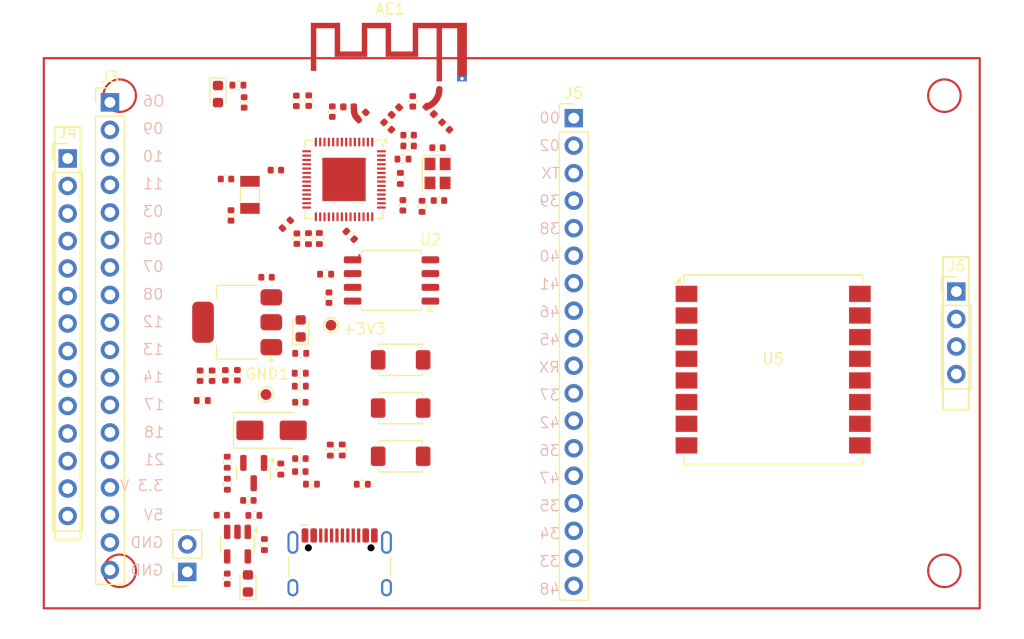
<source format=kicad_pcb>
(kicad_pcb (version 20241229) (generator "pcbnew") (generator_version "9.0")
  (layers (0 "F.Cu" signal) (2 "B.Cu" signal) (13 "F.Paste" user) (15 "B.Paste" user) (5 "F.SilkS" user "F.Silkscreen") (7 "B.SilkS" user "B.Silkscreen") (1 "F.Mask" user) (3 "B.Mask" user) (25 "Edge.Cuts" user))
  (net 0 "")
  (net 1 "GND")
  (net 2 "IO0")
  (net 3 "5V")
  (net 4 "EN")
  (net 5 "VDD_SPI")
  (net 6 "SPIQ")
  (net 7 "SPIWP")
  (net 8 "SPIHD")
  (net 9 "SPID")
  (net 10 "VSYS")
  (net 11 "IO14")
  (net 12 "Net-(D3-K)")
  (net 13 "VDD_CPU")
  (net 14 "Net-(J1-CC2)")
  (net 15 "Net-(J1-CC1)")
  (net 16 "Net-(C4-Pad1)")
  (net 17 "Net-(C14-Pad1)")
  (net 18 "XTAL32N")
  (net 19 "Net-(U1-LNA_IN)")
  (net 20 "Net-(U3-PROG)")
  (net 21 "Net-(C19-Pad1)")
  (net 22 "IO21")
  (net 23 "Net-(U3-STAT)")
  (net 24 "IO4{slash}BAT")
  (net 25 "IO17{slash}SCL")
  (net 26 "IO18{slash}SDA")
  (net 27 "Net-(U1-XTAL_N)")
  (net 28 "Net-(U1-XTAL_P)")
  (net 29 "TX")
  (net 30 "IO45")
  (net 31 "Net-(U1-U0TXD)")
  (net 32 "Net-(U1-SPID)")
  (net 33 "Net-(U1-SPIQ)")
  (net 34 "Net-(U1-SPICLK)")
  (net 35 "Net-(U1-SPIWP)")
  (net 36 "XTAL32P")
  (net 37 "VBAT")
  (net 38 "SPICS0")
  (net 39 "IO3")
  (net 40 "IO2")
  (net 41 "IO13")
  (net 42 "IO12")
  (net 43 "IO11")
  (net 44 "IO10")
  (net 45 "IO1")
  (net 46 "Net-(D1-K)")
  (net 47 "Net-(D2-K)")
  (net 48 "Net-(U1-SPIHD)")
  (net 49 "IO6")
  (net 50 "IO42")
  (net 51 "IO9")
  (net 52 "IO48")
  (net 53 "IO47")
  (net 54 "IO38")
  (net 55 "IO36")
  (net 56 "IO7")
  (net 57 "IO8")
  (net 58 "IO35")
  (net 59 "IO34")
  (net 61 "RX")
  (net 62 "IO40")
  (net 63 "IO41")
  (net 64 "IO37")
  (net 65 "IO39")
  (net 66 "IO46")
  (net 67 "IO5")
  (net 68 "IO33")
  (net 69 "SPISCK")
  (net 70 "Net-(AE1-FEED)")
  (net 71 "USB_D-")
  (net 72 "USB_D+")
  (net 77 "Net-(U5-GND-Pad16)")
  (footprint "Capacitor_SMD:C_0402_1005Metric" (layer "F.Cu") (at 135.56 80.945)
    (property "Reference" "C39" (hide yes))
    (property "Value" "1uF")
    (pad "1" smd roundrect (at -0.48 0) (size 0.56 0.62) (layers "F.Cu" "F.Mask" "F.Paste") (net 13 "VDD_CPU"))
    (pad "2" smd roundrect (at 0.48 0) (size 0.56 0.62) (layers "F.Cu" "F.Mask" "F.Paste") (net 1 "GND"))
  )
  (footprint "Connector_PinHeader_2.54mm:PinHeader_1x14_P2.54mm_Vertical" (layer "F.Cu") (at 104.1 83.1)
    (property "Reference" "J4" (at 0 -2.38 0) (layer "F.SilkS"))
    (property "Value" "Conn_01x14_Pin")
    (pad "1" thru_hole rect (at 0 0) (size 1.7 1.7) (drill 1) (layers "*.Cu" "*.Mask"))
    (pad "2" thru_hole circle (at 0 2.54) (size 1.7 1.7) (drill 1) (layers "*.Cu" "*.Mask"))
    (pad "3" thru_hole circle (at 0 5.08) (size 1.7 1.7) (drill 1) (layers "*.Cu" "*.Mask"))
    (pad "4" thru_hole circle (at 0 7.62) (size 1.7 1.7) (drill 1) (layers "*.Cu" "*.Mask"))
    (pad "5" thru_hole circle (at 0 10.16) (size 1.7 1.7) (drill 1) (layers "*.Cu" "*.Mask"))
    (pad "6" thru_hole circle (at 0 12.7) (size 1.7 1.7) (drill 1) (layers "*.Cu" "*.Mask"))
    (pad "7" thru_hole circle (at 0 15.24) (size 1.7 1.7) (drill 1) (layers "*.Cu" "*.Mask"))
    (pad "8" thru_hole circle (at 0 17.78) (size 1.7 1.7) (drill 1) (layers "*.Cu" "*.Mask"))
    (pad "9" thru_hole circle (at 0 20.32) (size 1.7 1.7) (drill 1) (layers "*.Cu" "*.Mask"))
    (pad "10" thru_hole circle (at 0 22.86) (size 1.7 1.7) (drill 1) (layers "*.Cu" "*.Mask"))
    (pad "11" thru_hole circle (at 0 25.4) (size 1.7 1.7) (drill 1) (layers "*.Cu" "*.Mask"))
    (pad "12" thru_hole circle (at 0 27.94) (size 1.7 1.7) (drill 1) (layers "*.Cu" "*.Mask"))
    (pad "13" thru_hole circle (at 0 30.48) (size 1.7 1.7) (drill 1) (layers "*.Cu" "*.Mask"))
    (pad "14" thru_hole circle (at 0 33.02) (size 1.7 1.7) (drill 1) (layers "*.Cu" "*.Mask"))
  )
  (footprint "Capacitor_SMD:C_0402_1005Metric" (layer "F.Cu") (at 138.23 82.105)
    (property "Reference" "C4" (hide yes))
    (property "Value" "12pF")
    (pad "1" smd roundrect (at -0.48 0) (size 0.56 0.62) (layers "F.Cu" "F.Mask" "F.Paste") (net 16 "Net-(C4-Pad1)"))
    (pad "2" smd roundrect (at 0.48 0) (size 0.56 0.62) (layers "F.Cu" "F.Mask" "F.Paste") (net 1 "GND"))
  )
  (footprint "Resistor_SMD:R_0402_1005Metric" (layer "F.Cu") (at 127.9 93.785)
    (property "Reference" "R28" (hide yes))
    (property "Value" "0R")
    (pad "1" smd roundrect (at -0.51 0) (size 0.54 0.64) (layers "F.Cu" "F.Mask" "F.Paste") (net 34 "Net-(U1-SPICLK)"))
    (pad "2" smd roundrect (at 0.51 0) (size 0.54 0.64) (layers "F.Cu" "F.Mask" "F.Paste") (net 69 "SPISCK"))
  )
  (footprint "Capacitor_SMD:C_0402_1005Metric" (layer "F.Cu") (at 126.34 77.76 90)
    (property "Reference" "C26" (hide yes))
    (property "Value" "1uF")
    (pad "1" smd roundrect (at -0.48 0 90) (size 0.56 0.62) (layers "F.Cu" "F.Mask" "F.Paste") (net 13 "VDD_CPU"))
    (pad "2" smd roundrect (at 0.48 0 90) (size 0.56 0.62) (layers "F.Cu" "F.Mask" "F.Paste") (net 1 "GND"))
  )
  (footprint "Capacitor_SMD:C_0402_1005Metric" (layer "F.Cu") (at 122.45 94.07 180)
    (property "Reference" "C7" (hide yes))
    (property "Value" "10uF")
    (pad "1" smd roundrect (at -0.48 0 180) (size 0.56 0.62) (layers "F.Cu" "F.Mask" "F.Paste") (net 10 "VSYS"))
    (pad "2" smd roundrect (at 0.48 0 180) (size 0.56 0.62) (layers "F.Cu" "F.Mask" "F.Paste") (net 1 "GND"))
  )
  (footprint "Capacitor_SMD:C_0402_1005Metric" (layer "F.Cu") (at 125.25 90.505 -90)
    (property "Reference" "C13" (hide yes))
    (property "Value" "1uF")
    (pad "1" smd roundrect (at -0.48 0 270) (size 0.56 0.62) (layers "F.Cu" "F.Mask" "F.Paste") (net 5 "VDD_SPI"))
    (pad "2" smd roundrect (at 0.48 0 270) (size 0.56 0.62) (layers "F.Cu" "F.Mask" "F.Paste") (net 1 "GND"))
  )
  (footprint "Resistor_SMD:R_0402_1005Metric" (layer "F.Cu") (at 125.565 102.93 180)
    (property "Reference" "R21" (hide yes))
    (property "Value" "10K")
    (pad "1" smd roundrect (at -0.51 0 180) (size 0.54 0.64) (layers "F.Cu" "F.Mask" "F.Paste") (net 13 "VDD_CPU"))
    (pad "2" smd roundrect (at 0.51 0 180) (size 0.54 0.64) (layers "F.Cu" "F.Mask" "F.Paste") (net 2 "IO0"))
  )
  (footprint "Capacitor_SMD:C_0402_1005Metric" (layer "F.Cu") (at 135.03 87.425 -90)
    (property "Reference" "C11" (hide yes))
    (property "Value" "0.1uF")
    (pad "1" smd roundrect (at -0.48 0 270) (size 0.56 0.62) (layers "F.Cu" "F.Mask" "F.Paste") (net 13 "VDD_CPU"))
    (pad "2" smd roundrect (at 0.48 0 270) (size 0.56 0.62) (layers "F.Cu" "F.Mask" "F.Paste") (net 1 "GND"))
  )
  (footprint "Resistor_SMD:R_0402_1005Metric" (layer "F.Cu") (at 129.435 110.02 90)
    (property "Reference" "R2" (hide yes))
    (property "Value" "33R")
    (pad "1" smd roundrect (at -0.51 0 90) (size 0.54 0.64) (layers "F.Cu" "F.Mask" "F.Paste") (net 71 "USB_D-"))
    (pad "2" smd roundrect (at 0.51 0 90) (size 0.54 0.64) (layers "F.Cu" "F.Mask" "F.Paste") (net 71 "USB_D-"))
  )
  (footprint "LED_SMD:LED_0603_1608Metric" (layer "F.Cu") (at 125.6 98.7975 90)
    (property "Reference" "D2" (hide yes))
    (property "Value" "LED")
    (pad "1" smd roundrect (at -0.7875 0 90) (size 0.875 0.95) (layers "F.Cu" "F.Mask" "F.Paste") (net 47 "Net-(D2-K)"))
    (pad "2" smd roundrect (at 0.7875 0 90) (size 0.875 0.95) (layers "F.Cu" "F.Mask" "F.Paste") (net 13 "VDD_CPU"))
  )
  (footprint "Resistor_SMD:R_0402_1005Metric" (layer "F.Cu") (at 123.765 111.78 90)
    (property "Reference" "R20" (hide yes))
    (property "Value" "100K")
    (pad "1" smd roundrect (at -0.51 0 90) (size 0.54 0.64) (layers "F.Cu" "F.Mask" "F.Paste") (net 1 "GND"))
    (pad "2" smd roundrect (at 0.51 0 90) (size 0.54 0.64) (layers "F.Cu" "F.Mask" "F.Paste") (net 3 "5V"))
  )
  (footprint "Resistor_SMD:R_0402_1005Metric" (layer "F.Cu") (at 122.255 118.755 -90)
    (property "Reference" "R1" (hide yes))
    (property "Value" "2K")
    (pad "1" smd roundrect (at -0.51 0 270) (size 0.54 0.64) (layers "F.Cu" "F.Mask" "F.Paste") (net 1 "GND"))
    (pad "2" smd roundrect (at 0.51 0 270) (size 0.54 0.64) (layers "F.Cu" "F.Mask" "F.Paste") (net 20 "Net-(U3-PROG)"))
  )
  (footprint "Capacitor_SMD:C_0402_1005Metric" (layer "F.Cu") (at 138.36 86.985)
    (property "Reference" "C33" (hide yes))
    (property "Value" "12pF")
    (pad "1" smd roundrect (at -0.48 0) (size 0.56 0.62) (layers "F.Cu" "F.Mask" "F.Paste") (net 1 "GND"))
    (pad "2" smd roundrect (at 0.48 0) (size 0.56 0.62) (layers "F.Cu" "F.Mask" "F.Paste") (net 27 "Net-(U1-XTAL_N)"))
  )
  (footprint "Resistor_SMD:R_0402_1005Metric" (layer "F.Cu") (at 128.335 110.03 90)
    (property "Reference" "R18" (hide yes))
    (property "Value" "33R")
    (pad "1" smd roundrect (at -0.51 0 90) (size 0.54 0.64) (layers "F.Cu" "F.Mask" "F.Paste") (net 72 "USB_D+"))
    (pad "2" smd roundrect (at 0.51 0 90) (size 0.54 0.64) (layers "F.Cu" "F.Mask" "F.Paste") (net 72 "USB_D+"))
  )
  (footprint "Capacitor_SMD:C_0402_1005Metric" (layer "F.Cu") (at 119.17 88.36 -90)
    (property "Reference" "C37" (hide yes))
    (property "Value" "12pF")
    (pad "1" smd roundrect (at -0.48 0 270) (size 0.56 0.62) (layers "F.Cu" "F.Mask" "F.Paste") (net 18 "XTAL32N"))
    (pad "2" smd roundrect (at 0.48 0 270) (size 0.56 0.62) (layers "F.Cu" "F.Mask" "F.Paste") (net 1 "GND"))
  )
  (footprint "Capacitor_SMD:C_0402_1005Metric" (layer "F.Cu") (at 133.63 80.105 -45)
    (property "Reference" "DNP1" (hide yes))
    (property "Value" "15pF")
    (pad "1" smd roundrect (at -0.48 0 315) (size 0.56 0.62) (layers "F.Cu" "F.Mask" "F.Paste") (net 19 "Net-(U1-LNA_IN)"))
    (pad "2" smd roundrect (at 0.48 0 315) (size 0.56 0.62) (layers "F.Cu" "F.Mask" "F.Paste") (net 1 "GND"))
  )
  (footprint "Connector_USB:USB_C_Receptacle_HCTL_HC-TYPE-C-16P-01A" (layer "F.Cu") (at 129.2 121.66)
    (property "Reference" "J1" (hide yes))
    (property "Value" "USB_C_Receptacle_USB2.0_14P")
    (pad "" np_thru_hole circle (at -2.89 -2.605) (size 0.65 0.65) (drill 0.65) (layers "*.Mask"))
    (pad "" np_thru_hole circle (at 2.89 -2.605) (size 0.65 0.65) (drill 0.65) (layers "*.Mask"))
    (pad "A1" smd roundrect (at -3.2 -3.745) (size 0.6 1.3) (layers "F.Cu" "F.Mask" "F.Paste") (net 1 "GND"))
    (pad "A4" smd roundrect (at -2.4 -3.745) (size 0.6 1.3) (layers "F.Cu" "F.Mask" "F.Paste") (net 3 "5V"))
    (pad "A5" smd roundrect (at -1.25 -3.745) (size 0.3 1.3) (layers "F.Cu" "F.Mask" "F.Paste") (net 15 "Net-(J1-CC1)"))
    (pad "A6" smd roundrect (at -0.25 -3.745) (size 0.3 1.3) (layers "F.Cu" "F.Mask" "F.Paste") (net 72 "USB_D+"))
    (pad "A7" smd roundrect (at 0.25 -3.745) (size 0.3 1.3) (layers "F.Cu" "F.Mask" "F.Paste") (net 71 "USB_D-"))
    (pad "A8" smd roundrect (at 1.25 -3.745) (size 0.3 1.3) (layers "F.Cu" "F.Mask" "F.Paste"))
    (pad "A9" smd roundrect (at 2.4 -3.745) (size 0.6 1.3) (layers "F.Cu" "F.Mask" "F.Paste") (net 3 "5V"))
    (pad "A12" smd roundrect (at 3.2 -3.745) (size 0.6 1.3) (layers "F.Cu" "F.Mask" "F.Paste") (net 1 "GND"))
    (pad "B1" smd roundrect (at 3.2 -3.745) (size 0.6 1.3) (layers "F.Cu" "F.Mask" "F.Paste") (net 1 "GND"))
    (pad "B4" smd roundrect (at 2.4 -3.745) (size 0.6 1.3) (layers "F.Cu" "F.Mask" "F.Paste") (net 3 "5V"))
    (pad "B5" smd roundrect (at 1.75 -3.745) (size 0.3 1.3) (layers "F.Cu" "F.Mask" "F.Paste") (net 14 "Net-(J1-CC2)"))
    (pad "B6" smd roundrect (at 0.75 -3.745) (size 0.3 1.3) (layers "F.Cu" "F.Mask" "F.Paste") (net 72 "USB_D+"))
    (pad "B7" smd roundrect (at -0.75 -3.745) (size 0.3 1.3) (layers "F.Cu" "F.Mask" "F.Paste") (net 71 "USB_D-"))
    (pad "B8" smd roundrect (at -1.75 -3.745) (size 0.3 1.3) (layers "F.Cu" "F.Mask" "F.Paste"))
    (pad "B9" smd roundrect (at -2.4 -3.745) (size 0.6 1.3) (layers "F.Cu" "F.Mask" "F.Paste") (net 3 "5V"))
    (pad "B12" smd roundrect (at -3.2 -3.745) (size 0.6 1.3) (layers "F.Cu" "F.Mask" "F.Paste") (net 1 "GND"))
    (pad "S1" thru_hole oval (at -4.32 -3.105) (size 1 2.1) (drill oval 0.6 1.7) (property pad_prop_heatsink) (layers "*.Cu" "*.Mask") (net 1 "GND"))
    (pad "S1" thru_hole oval (at -4.32 1.075) (size 1 1.6) (drill oval 0.6 1.2) (property pad_prop_heatsink) (layers "*.Cu" "*.Mask") (net 1 "GND"))
    (pad "S1" thru_hole oval (at 4.32 -3.105) (size 1 2.1) (drill oval 0.6 1.7) (property pad_prop_heatsink) (layers "*.Cu" "*.Mask") (net 1 "GND"))
    (pad "S1" thru_hole oval (at 4.32 1.075) (size 1 1.6) (drill oval 0.6 1.2) (property pad_prop_heatsink) (layers "*.Cu" "*.Mask") (net 1 "GND"))
  )
  (footprint "Capacitor_SMD:C_0402_1005Metric" (layer "F.Cu") (at 120.775 114.68 180)
    (property "Reference" "C8" (hide yes))
    (property "Value" "10uF")
    (pad "1" smd roundrect (at -0.48 0 180) (size 0.56 0.62) (layers "F.Cu" "F.Mask" "F.Paste") (net 37 "VBAT"))
    (pad "2" smd roundrect (at 0.48 0 180) (size 0.56 0.62) (layers "F.Cu" "F.Mask" "F.Paste") (net 1 "GND"))
  )
  (footprint "Resistor_SMD:R_0402_1005Metric" (layer "F.Cu") (at 124.28 89.175 -135)
    (property "Reference" "R27" (hide yes))
    (property "Value" "0R")
    (pad "1" smd roundrect (at -0.509999 0 225) (size 0.54 0.64) (layers "F.Cu" "F.Mask" "F.Paste") (net 33 "Net-(U1-SPIQ)"))
    (pad "2" smd roundrect (at 0.509999 0 225) (size 0.54 0.64) (layers "F.Cu" "F.Mask" "F.Paste") (net 6 "SPIQ"))
  )
  (footprint "Resistor_SMD:R_0402_1005Metric" (layer "F.Cu") (at 135.04 83.16 180)
    (property "Reference" "R23" (hide yes))
    (property "Value" "0R")
    (pad "1" smd roundrect (at -0.51 0 180) (size 0.54 0.64) (layers "F.Cu" "F.Mask" "F.Paste") (net 16 "Net-(C4-Pad1)"))
    (pad "2" smd roundrect (at 0.51 0 180) (size 0.54 0.64) (layers "F.Cu" "F.Mask" "F.Paste") (net 28 "Net-(U1-XTAL_P)"))
  )
  (footprint "Connector_PinHeader_2.54mm:PinHeader_1x04_P2.54mm_Vertical" (layer "F.Cu") (at 186.1 95.39)
    (property "Reference" "J6" (at 0 -2.38 0) (layer "F.SilkS"))
    (property "Value" "Conn_01x04_Pin")
    (pad "1" thru_hole rect (at 0 0) (size 1.7 1.7) (drill 1) (layers "*.Cu" "*.Mask"))
    (pad "2" thru_hole circle (at 0 2.54) (size 1.7 1.7) (drill 1) (layers "*.Cu" "*.Mask"))
    (pad "3" thru_hole circle (at 0 5.08) (size 1.7 1.7) (drill 1) (layers "*.Cu" "*.Mask"))
    (pad "4" thru_hole circle (at 0 7.62) (size 1.7 1.7) (drill 1) (layers "*.Cu" "*.Mask"))
  )
  (footprint "Resistor_SMD:R_0402_1005Metric" (layer "F.Cu") (at 136.8 87.52 -90)
    (property "Reference" "R24" (hide yes))
    (property "Value" "470R")
    (pad "1" smd roundrect (at -0.51 0 270) (size 0.54 0.64) (layers "F.Cu" "F.Mask" "F.Paste") (net 31 "Net-(U1-U0TXD)"))
    (pad "2" smd roundrect (at 0.51 0 270) (size 0.54 0.64) (layers "F.Cu" "F.Mask" "F.Paste") (net 29 "TX"))
  )
  (footprint "Capacitor_SMD:C_0402_1005Metric" (layer "F.Cu") (at 117.43 103.165 -90)
    (property "Reference" "C20" (hide yes))
    (property "Value" "10uF")
    (pad "1" smd roundrect (at -0.48 0 270) (size 0.56 0.62) (layers "F.Cu" "F.Mask" "F.Paste") (net 13 "VDD_CPU"))
    (pad "2" smd roundrect (at 0.48 0 270) (size 0.56 0.62) (layers "F.Cu" "F.Mask" "F.Paste") (net 1 "GND"))
  )
  (footprint "Diode_SMD:D_SMA" (layer "F.Cu") (at 122.915 108.205)
    (property "Reference" "D4" (hide yes))
    (property "Value" "SS14")
    (pad "1" smd roundrect (at -2 0) (size 2.5 1.8) (layers "F.Cu" "F.Mask" "F.Paste") (roundrect_rratio 0.1388888889) (net 10 "VSYS"))
    (pad "2" smd roundrect (at 2 0) (size 2.5 1.8) (layers "F.Cu" "F.Mask" "F.Paste") (roundrect_rratio 0.1388888889) (net 3 "5V"))
  )
  (footprint "Package_TO_SOT_SMD:SOT-23" (layer "F.Cu") (at 121.265 112.1525 -90)
    (property "Reference" "Q1" (hide yes))
    (property "Value" "AO3401A")
    (pad "1" smd roundrect (at -0.9375 -0.95 270) (size 1.475 0.6) (layers "F.Cu" "F.Mask" "F.Paste") (net 3 "5V"))
    (pad "2" smd roundrect (at -0.9375 0.95 270) (size 1.475 0.6) (layers "F.Cu" "F.Mask" "F.Paste") (net 10 "VSYS"))
    (pad "3" smd roundrect (at 0.9375 0 270) (size 1.475 0.6) (layers "F.Cu" "F.Mask" "F.Paste") (net 37 "VBAT"))
  )
  (footprint "Resistor_SMD:R_0402_1005Metric" (layer "F.Cu") (at 125.565 104.13 180)
    (property "Reference" "R4" (hide yes))
    (property "Value" "10K")
    (pad "1" smd roundrect (at -0.51 0 180) (size 0.54 0.64) (layers "F.Cu" "F.Mask" "F.Paste") (net 13 "VDD_CPU"))
    (pad "2" smd roundrect (at 0.51 0 180) (size 0.54 0.64) (layers "F.Cu" "F.Mask" "F.Paste") (net 11 "IO14"))
  )
  (footprint "Connector_PinSocket_2.54mm:PinSocket_1x02_P2.54mm_Vertical" (layer "F.Cu") (at 115.14 121.28 180)
    (property "Reference" "J2" (hide yes))
    (property "Value" "Conn_01x02_Pin")
    (pad "1" thru_hole rect (at 0 0 180) (size 1.7 1.7) (drill 1) (layers "*.Cu" "*.Mask") (net 1 "GND"))
    (pad "2" thru_hole oval (at 0 2.54 180) (size 1.7 1.7) (drill 1) (layers "*.Cu" "*.Mask") (net 37 "VBAT"))
  )
  (footprint "Capacitor_SMD:C_0402_1005Metric" (layer "F.Cu") (at 118.3275 116.0425 180)
    (property "Reference" "C2" (hide yes))
    (property "Value" "10uF")
    (pad "1" smd roundrect (at -0.48 0 180) (size 0.56 0.62) (layers "F.Cu" "F.Mask" "F.Paste") (net 37 "VBAT"))
    (pad "2" smd roundrect (at 0.48 0 180) (size 0.56 0.62) (layers "F.Cu" "F.Mask" "F.Paste") (net 1 "GND"))
  )
  (footprint "Resistor_SMD:R_0402_1005Metric" (layer "F.Cu") (at 131.285 113.185 180)
    (property "Reference" "R17" (hide yes))
    (property "Value" "5.1K")
    (pad "1" smd roundrect (at -0.51 0 180) (size 0.54 0.64) (layers "F.Cu" "F.Mask" "F.Paste") (net 1 "GND"))
    (pad "2" smd roundrect (at 0.51 0 180) (size 0.54 0.64) (layers "F.Cu" "F.Mask" "F.Paste") (net 14 "Net-(J1-CC2)"))
  )
  (footprint "LED_SMD:LED_0603_1608Metric" (layer "F.Cu") (at 117.9675 77.1525 -90)
    (property "Reference" "D3" (hide yes))
    (property "Value" "LED")
    (pad "1" smd roundrect (at -0.7875 0 270) (size 0.875 0.95) (layers "F.Cu" "F.Mask" "F.Paste") (net 12 "Net-(D3-K)"))
    (pad "2" smd roundrect (at 0.7875 0 270) (size 0.875 0.95) (layers "F.Cu" "F.Mask" "F.Paste") (net 45 "IO1"))
  )
  (footprint "Connector_PinHeader_2.54mm:PinHeader_1x18_P2.54mm_Vertical" (layer "F.Cu") (at 108 77.92)
    (property "Reference" "J3" (at 0 -2.33 0) (layer "F.SilkS"))
    (property "Value" "Conn_01x18_Pin")
    (pad "1" thru_hole rect (at 0 0) (size 1.7 1.7) (drill 1) (layers "*.Cu" "*.Mask") (net 49 "IO6"))
    (pad "2" thru_hole oval (at 0 2.54) (size 1.7 1.7) (drill 1) (layers "*.Cu" "*.Mask") (net 51 "IO9"))
    (pad "3" thru_hole oval (at 0 5.08) (size 1.7 1.7) (drill 1) (layers "*.Cu" "*.Mask") (net 44 "IO10"))
    (pad "4" thru_hole oval (at 0 7.62) (size 1.7 1.7) (drill 1) (layers "*.Cu" "*.Mask") (net 43 "IO11"))
    (pad "5" thru_hole oval (at 0 10.16) (size 1.7 1.7) (drill 1) (layers "*.Cu" "*.Mask") (net 39 "IO3"))
    (pad "6" thru_hole oval (at 0 12.7) (size 1.7 1.7) (drill 1) (layers "*.Cu" "*.Mask") (net 67 "IO5"))
    (pad "7" thru_hole oval (at 0 15.24) (size 1.7 1.7) (drill 1) (layers "*.Cu" "*.Mask") (net 56 "IO7"))
    (pad "8" thru_hole oval (at 0 17.78) (size 1.7 1.7) (drill 1) (layers "*.Cu" "*.Mask") (net 57 "IO8"))
    (pad "9" thru_hole oval (at 0 20.32) (size 1.7 1.7) (drill 1) (layers "*.Cu" "*.Mask") (net 42 "IO12"))
    (pad "10" thru_hole oval (at 0 22.86) (size 1.7 1.7) (drill 1) (layers "*.Cu" "*.Mask") (net 41 "IO13"))
    (pad "11" thru_hole oval (at 0 25.4) (size 1.7 1.7) (drill 1) (layers "*.Cu" "*.Mask") (net 11 "IO14"))
    (pad "12" thru_hole oval (at 0 27.94) (size 1.7 1.7) (drill 1) (layers "*.Cu" "*.Mask") (net 25 "IO17{slash}SCL"))
    (pad "13" thru_hole oval (at 0 30.48) (size 1.7 1.7) (drill 1) (layers "*.Cu" "*.Mask") (net 26 "IO18{slash}SDA"))
    (pad "14" thru_hole oval (at 0 33.02) (size 1.7 1.7) (drill 1) (layers "*.Cu" "*.Mask") (net 22 "IO21"))
    (pad "15" thru_hole oval (at 0 35.56) (size 1.7 1.7) (drill 1) (layers "*.Cu" "*.Mask") (net 13 "VDD_CPU"))
    (pad "16" thru_hole oval (at 0 38.1) (size 1.7 1.7) (drill 1) (layers "*.Cu" "*.Mask") (net 3 "5V"))
    (pad "17" thru_hole oval (at 0 40.64) (size 1.7 1.7) (drill 1) (layers "*.Cu" "*.Mask") (net 1 "GND"))
    (pad "18" thru_hole oval (at 0 43.18) (size 1.7 1.7) (drill 1) (layers "*.Cu" "*.Mask") (net 1 "GND"))
  )
  (footprint "Resistor_SMD:R_0402_1005Metric" (layer "F.Cu") (at 118.825 111.15 90)
    (property "Reference" "R19" (hide yes))
    (property "Value" "200K")
    (pad "1" smd roundrect (at -0.51 0 90) (size 0.54 0.64) (layers "F.Cu" "F.Mask" "F.Paste") (net 24 "IO4{slash}BAT"))
    (pad "2" smd roundrect (at 0.51 0 90) (size 0.54 0.64) (layers "F.Cu" "F.Mask" "F.Paste") (net 1 "GND"))
  )
  (footprint "TestPoint:TestPoint_Pad_D1.0mm" (layer "F.Cu") (at 122.4 104.9)
    (property "Reference" "GND1" (at 0.1 -1.9 0) (layer "F.SilkS"))
    (property "Value" "GND")
    (pad "1" smd circle (at 0 0) (size 1 1) (layers "F.Cu" "F.Mask") (net 1 "GND"))
  )
  (footprint "RF_Antenna:Texas_SWRA117D_2.4GHz_Left" (layer "F.Cu") (at 138.39 75.725)
    (property "Reference" "AE1" (at -4.55 -6.41 0) (layer "F.SilkS"))
    (property "Value" "Antenna")
    (fp_poly (pts (xy -2.45 -2.51) (xy -4.45 -2.51) (xy -4.45 -5.15) (xy -7.15 -5.15) (xy -7.15 -2.51) (xy -9.15 -2.51) (xy -9.15 -5.15) (xy -11.85 -5.15) (xy -11.85 -0.71) (xy -11.35 -0.71) (xy -11.35 -4.65) (xy -9.65 -4.65) (xy -9.65 -2.01) (xy -6.65 -2.01) (xy -6.65 -4.65) (xy -4.95 -4.65) (xy -4.95 -2.01) (xy -1.95 -2.01) (xy -1.95 -4.65) (xy -0.25 -4.65) (xy -0.25 0.25) (xy 0.25 0.25) (xy 0.25 -4.65) (xy 1.65 -4.65) (xy 1.65 0.25) (xy 2.55 0.25) (xy 2.55 0.006785) (xy 2.247583 0.006785) (xy 2.237742 0.054395) (xy 2.213674 0.096797) (xy 2.175731 0.129581) (xy 2.167819 0.133935) (xy 2.125156 0.146043) (xy 2.076637 0.1453) (xy 2.031122 0.1324) (xy 2.012511 0.121787) (xy 1.978868 0.086553) (xy 1.958309 0.041368) (xy 1.951778 -0.008158) (xy 1.960218 -0.056417) (xy 1.977112 -0.088643) (xy 2.012372 -0.121313) (xy 2.057682 -0.141408) (xy 2.107267 -0.147982) (xy 2.155353 -0.140092) (xy 2.188245 -0.123186) (xy 2.223185 -0.086416) (xy 2.242847 -0.041622) (xy 2.247583 0.006785) (xy 2.55 0.006785) (xy 2.55 -5.15) (xy -2.45 -5.15) (xy -2.45 -2.51)) (fill yes) (layer "F.Cu"))
    (pad "1" connect rect (at 0 0) (size 0.5 0.5) (layers "F.Cu") (net 70 "Net-(AE1-FEED)"))
    (pad "2" thru_hole rect (at 2.1 0) (size 0.9 0.5) (drill 0.3) (layers "*.Cu") (net 1 "GND"))
  )
  (footprint "Capacitor_SMD:C_0402_1005Metric" (layer "F.Cu") (at 118.825 121.915 -90)
    (property "Reference" "C36" (hide yes))
    (property "Value" "10uF")
    (pad "1" smd roundrect (at -0.48 0 270) (size 0.56 0.62) (layers "F.Cu" "F.Mask" "F.Paste") (net 3 "5V"))
    (pad "2" smd roundrect (at 0.48 0 270) (size 0.56 0.62) (layers "F.Cu" "F.Mask" "F.Paste") (net 1 "GND"))
  )
  (footprint "RF_Module:Ai-Thinker-Ra-01-LoRa" (layer "F.Cu") (at 169.2 102.6)
    (property "Reference" "U5" (at 0 -1 0) (layer "F.SilkS"))
    (property "Value" "Ai-Thinker-Ra-01")
    (pad "1" smd rect (at -8 -7) (size 2 1.5) (layers "F.Cu" "F.Mask" "F.Paste"))
    (pad "2" smd rect (at -8 -5) (size 2 1.5) (layers "F.Cu" "F.Mask" "F.Paste") (net 77 "Net-(U5-GND-Pad16)"))
    (pad "3" smd rect (at -8 -3) (size 2 1.5) (layers "F.Cu" "F.Mask" "F.Paste"))
    (pad "4" smd rect (at -8 -1) (size 2 1.5) (layers "F.Cu" "F.Mask" "F.Paste"))
    (pad "5" smd rect (at -8 1) (size 2 1.5) (layers "F.Cu" "F.Mask" "F.Paste"))
    (pad "6" smd rect (at -8 3) (size 2 1.5) (layers "F.Cu" "F.Mask" "F.Paste"))
    (pad "7" smd rect (at -8 5) (size 2 1.5) (layers "F.Cu" "F.Mask" "F.Paste"))
    (pad "8" smd rect (at -8 7) (size 2 1.5) (layers "F.Cu" "F.Mask" "F.Paste"))
    (pad "9" smd rect (at 8 7) (size 2 1.5) (layers "F.Cu" "F.Mask" "F.Paste") (net 77 "Net-(U5-GND-Pad16)"))
    (pad "10" smd rect (at 8 5) (size 2 1.5) (layers "F.Cu" "F.Mask" "F.Paste"))
    (pad "11" smd rect (at 8 3) (size 2 1.5) (layers "F.Cu" "F.Mask" "F.Paste"))
    (pad "12" smd rect (at 8 1) (size 2 1.5) (layers "F.Cu" "F.Mask" "F.Paste"))
    (pad "13" smd rect (at 8 -1) (size 2 1.5) (layers "F.Cu" "F.Mask" "F.Paste"))
    (pad "14" smd rect (at 8 -3) (size 2 1.5) (layers "F.Cu" "F.Mask" "F.Paste"))
    (pad "15" smd rect (at 8 -5) (size 2 1.5) (layers "F.Cu" "F.Mask" "F.Paste"))
    (pad "16" smd rect (at 8 -7) (size 2 1.5) (layers "F.Cu" "F.Mask" "F.Paste") (net 77 "Net-(U5-GND-Pad16)"))
  )
  (footprint "Resistor_SMD:R_0402_1005Metric" (layer "F.Cu") (at 134.8 84.945 -90)
    (property "Reference" "R31" (hide yes))
    (property "Value" "DNP")
    (pad "1" smd roundrect (at -0.51 0 270) (size 0.54 0.64) (layers "F.Cu" "F.Mask" "F.Paste") (net 30 "IO45"))
    (pad "2" smd roundrect (at 0.51 0 270) (size 0.54 0.64) (layers "F.Cu" "F.Mask" "F.Paste") (net 13 "VDD_CPU"))
  )
  (footprint "Capacitor_SMD:C_0402_1005Metric" (layer "F.Cu") (at 120.385 77.9275 90)
    (property "Reference" "C15" (hide yes))
    (property "Value" "0.1uF")
    (pad "1" smd roundrect (at -0.48 0 90) (size 0.56 0.62) (layers "F.Cu" "F.Mask" "F.Paste") (net 4 "EN"))
    (pad "2" smd roundrect (at 0.48 0 90) (size 0.56 0.62) (layers "F.Cu" "F.Mask" "F.Paste") (net 1 "GND"))
  )
  (footprint "Capacitor_SMD:C_0402_1005Metric" (layer "F.Cu") (at 135.56 81.945)
    (property "Reference" "C40" (hide yes))
    (property "Value" "10nF")
    (pad "1" smd roundrect (at -0.48 0) (size 0.56 0.62) (layers "F.Cu" "F.Mask" "F.Paste") (net 13 "VDD_CPU"))
    (pad "2" smd roundrect (at 0.48 0) (size 0.56 0.62) (layers "F.Cu" "F.Mask" "F.Paste") (net 1 "GND"))
  )
  (footprint "Capacitor_SMD:C_0402_1005Metric" (layer "F.Cu") (at 125.565 112.015)
    (property "Reference" "C16" (hide yes))
    (property "Value" "10uF")
    (pad "1" smd roundrect (at -0.48 0) (size 0.56 0.62) (layers "F.Cu" "F.Mask" "F.Paste") (net 3 "5V"))
    (pad "2" smd roundrect (at 0.48 0) (size 0.56 0.62) (layers "F.Cu" "F.Mask" "F.Paste") (net 1 "GND"))
  )
  (footprint "Capacitor_SMD:C_0402_1005Metric" (layer "F.Cu") (at 131.27 79.185 45)
    (property "Reference" "C19" (hide yes))
    (property "Value" "0.1uF")
    (pad "1" smd roundrect (at -0.48 0 45) (size 0.56 0.62) (layers "F.Cu" "F.Mask" "F.Paste") (net 21 "Net-(C19-Pad1)"))
    (pad "2" smd roundrect (at 0.48 0 45) (size 0.56 0.62) (layers "F.Cu" "F.Mask" "F.Paste") (net 1 "GND"))
  )
  (footprint "Capacitor_SMD:C_0402_1005Metric" (layer "F.Cu") (at 123.31 84.175 180)
    (property "Reference" "C10" (hide yes))
    (property "Value" "0.1uF")
    (pad "1" smd roundrect (at -0.48 0 180) (size 0.56 0.62) (layers "F.Cu" "F.Mask" "F.Paste") (net 13 "VDD_CPU"))
    (pad "2" smd roundrect (at 0.48 0 180) (size 0.56 0.62) (layers "F.Cu" "F.Mask" "F.Paste") (net 1 "GND"))
  )
  (footprint "Resistor_SMD:R_0402_1005Metric" (layer "F.Cu") (at 130.17 90.195 -45)
    (property "Reference" "R26" (hide yes))
    (property "Value" "0R")
    (pad "1" smd roundrect (at -0.509999 0 315) (size 0.54 0.64) (layers "F.Cu" "F.Mask" "F.Paste") (net 32 "Net-(U1-SPID)"))
    (pad "2" smd roundrect (at 0.509999 0 315) (size 0.54 0.64) (layers "F.Cu" "F.Mask" "F.Paste") (net 9 "SPID"))
  )
  (footprint "PCM_JLCPCB:SW_TS-1088-AR02016" (layer "F.Cu") (at 134.825 106.15)
    (property "Reference" "Reset1" (hide yes))
    (property "Value" "Tactile Button, 160gf")
    (pad "1" smd roundrect (at -2.075 0) (size 1.35 1.8) (layers "F.Cu" "F.Mask" "F.Paste") (roundrect_rratio 0.1851851852) (net 4 "EN"))
    (pad "2" smd roundrect (at 2.075 0) (size 1.35 1.8) (layers "F.Cu" "F.Mask" "F.Paste") (roundrect_rratio 0.1851851852) (net 1 "GND"))
  )
  (footprint "Inductor_SMD:L_0402_1005Metric" (layer "F.Cu") (at 134.34 78.725 45)
    (property "Reference" "L6" (hide yes))
    (property "Value" "4.7nH")
    (pad "1" smd roundrect (at -0.485 0 45) (size 0.59 0.64) (layers "F.Cu" "F.Mask" "F.Paste") (net 19 "Net-(U1-LNA_IN)"))
    (pad "2" smd roundrect (at 0.485 0 45) (size 0.59 0.64) (layers "F.Cu" "F.Mask" "F.Paste") (net 70 "Net-(AE1-FEED)"))
  )
  (footprint "Crystal:Crystal_SMD_2520-4Pin_2.5x2.0mm" (layer "F.Cu") (at 138.23 84.48 -90)
    (property "Reference" "Y2" (hide yes))
    (property "Value" "40MHz(10ppm)")
    (pad "1" smd rect (at -0.875 0.7 270) (size 1.15 1) (layers "F.Cu" "F.Mask" "F.Paste") (net 16 "Net-(C4-Pad1)"))
    (pad "2" smd rect (at 0.875 0.7 270) (size 1.15 1) (layers "F.Cu" "F.Mask" "F.Paste") (net 1 "GND"))
    (pad "3" smd rect (at 0.875 -0.7 270) (size 1.15 1) (layers "F.Cu" "F.Mask" "F.Paste") (net 27 "Net-(U1-XTAL_N)"))
    (pad "4" smd rect (at -0.875 -0.7 270) (size 1.15 1) (layers "F.Cu" "F.Mask" "F.Paste") (net 1 "GND"))
  )
  (footprint "Resistor_SMD:R_0402_1005Metric" (layer "F.Cu") (at 127.325 90.495 -90)
    (property "Reference" "R29" (hide yes))
    (property "Value" "0R")
    (pad "1" smd roundrect (at -0.51 0 270) (size 0.54 0.64) (layers "F.Cu" "F.Mask" "F.Paste") (net 35 "Net-(U1-SPIWP)"))
    (pad "2" smd roundrect (at 0.51 0 270) (size 0.54 0.64) (layers "F.Cu" "F.Mask" "F.Paste") (net 7 "SPIWP"))
  )
  (footprint "Package_TO_SOT_SMD:SOT-223-3_TabPin2" (layer "F.Cu") (at 119.74 98.225 180)
    (property "Reference" "U4" (hide yes))
    (property "Value" "AMS1117-3.3")
    (pad "1" smd roundrect (at -3.15 -2.3 180) (size 2 1.5) (layers "F.Cu" "F.Mask" "F.Paste") (net 1 "GND"))
    (pad "2" smd roundrect (at -3.15 0 180) (size 2 1.5) (layers "F.Cu" "F.Mask" "F.Paste") (net 13 "VDD_CPU"))
    (pad "2" smd roundrect (at 3.15 0 180) (size 2 3.8) (layers "F.Cu" "F.Mask" "F.Paste") (net 13 "VDD_CPU"))
    (pad "3" smd roundrect (at -3.15 2.3 180) (size 2 1.5) (layers "F.Cu" "F.Mask" "F.Paste") (net 10 "VSYS"))
  )
  (footprint "Capacitor_SMD:C_0402_1005Metric" (layer "F.Cu") (at 128.21 95.955 90)
    (property "Reference" "C32" (hide yes))
    (property "Value" "0.1uF")
    (pad "1" smd roundrect (at -0.48 0 90) (size 0.56 0.62) (layers "F.Cu" "F.Mask" "F.Paste") (net 5 "VDD_SPI"))
    (pad "2" smd roundrect (at 0.48 0 90) (size 0.56 0.62) (layers "F.Cu" "F.Mask" "F.Paste") (net 1 "GND"))
  )
  (footprint "LED_SMD:LED_0603_1608Metric" (layer "F.Cu") (at 120.735 122.3475 90)
    (property "Reference" "D1" (hide yes))
    (property "Value" "LED")
    (pad "1" smd roundrect (at -0.7875 0 90) (size 0.875 0.95) (layers "F.Cu" "F.Mask" "F.Paste") (net 46 "Net-(D1-K)"))
    (pad "2" smd roundrect (at 0.7875 0 90) (size 0.875 0.95) (layers "F.Cu" "F.Mask" "F.Paste") (net 3 "5V"))
  )
  (footprint "Resistor_SMD:R_0402_1005Metric" (layer "F.Cu") (at 118.835 113.18 90)
    (property "Reference" "R12" (hide yes))
    (property "Value" "200K")
    (pad "1" smd roundrect (at -0.51 0 90) (size 0.54 0.64) (layers "F.Cu" "F.Mask" "F.Paste") (net 37 "VBAT"))
    (pad "2" smd roundrect (at 0.51 0 90) (size 0.54 0.64) (layers "F.Cu" "F.Mask" "F.Paste") (net 24 "IO4{slash}BAT"))
  )
  (footprint "Capacitor_SMD:C_0402_1005Metric" (layer "F.Cu") (at 138.9844 80.105 -45)
    (property "Reference" "C14" (hide yes))
    (property "Value" "DNP")
    (pad "1" smd roundrect (at -0.48 0 315) (size 0.56 0.62) (layers "F.Cu" "F.Mask" "F.Paste") (net 17 "Net-(C14-Pad1)"))
    (pad "2" smd roundrect (at 0.48 0 315) (size 0.56 0.62) (layers "F.Cu" "F.Mask" "F.Paste") (net 1 "GND"))
  )
  (footprint "Inductor_SMD:L_0402_1005Metric" (layer "F.Cu") (at 137.5415 78.6621 135)
    (property "Reference" "L5" (hide yes))
    (property "Value" "DNP")
    (pad "1" smd roundrect (at -0.485 0 135) (size 0.59 0.64) (layers "F.Cu" "F.Mask" "F.Paste") (net 17 "Net-(C14-Pad1)"))
    (pad "2" smd roundrect (at 0.485 0 135) (size 0.59 0.64) (layers "F.Cu" "F.Mask" "F.Paste") (net 70 "Net-(AE1-FEED)"))
  )
  (footprint "Capacitor_SMD:C_0402_1005Metric" (layer "F.Cu") (at 116.32 103.165 -90)
    (property "Reference" "C3" (hide yes))
    (property "Value" "10uF")
    (pad "1" smd roundrect (at -0.48 0 270) (size 0.56 0.62) (layers "F.Cu" "F.Mask" "F.Paste") (net 13 "VDD_CPU"))
    (pad "2" smd roundrect (at 0.48 0 270) (size 0.56 0.62) (layers "F.Cu" "F.Mask" "F.Paste") (net 1 "GND"))
  )
  (footprint "Package_DFN_QFN:QFN-56-1EP_7x7mm_P0.4mm_EP4x4mm" (layer "F.Cu") (at 129.6 85.035 -90)
    (property "Reference" "U1" (hide yes))
    (property "Value" "ESP32-S3")
    (pad "1" smd roundrect (at -3.45 -2.6 270) (size 0.8 0.2) (layers "F.Cu" "F.Mask" "F.Paste") (net 19 "Net-(U1-LNA_IN)"))
    (pad "2" smd roundrect (at -3.45 -2.2 270) (size 0.8 0.2) (layers "F.Cu" "F.Mask" "F.Paste") (net 21 "Net-(C19-Pad1)"))
    (pad "3" smd roundrect (at -3.45 -1.8 270) (size 0.8 0.2) (layers "F.Cu" "F.Mask" "F.Paste") (net 21 "Net-(C19-Pad1)"))
    (pad "4" smd roundrect (at -3.45 -1.4 270) (size 0.8 0.2) (layers "F.Cu" "F.Mask" "F.Paste") (net 4 "EN"))
    (pad "5" smd roundrect (at -3.45 -1 270) (size 0.8 0.2) (layers "F.Cu" "F.Mask" "F.Paste") (net 2 "IO0"))
    (pad "6" smd roundrect (at -3.45 -0.6 270) (size 0.8 0.2) (layers "F.Cu" "F.Mask" "F.Paste") (net 45 "IO1"))
    (pad "7" smd roundrect (at -3.45 -0.2 270) (size 0.8 0.2) (layers "F.Cu" "F.Mask" "F.Paste") (net 40 "IO2"))
    (pad "8" smd roundrect (at -3.45 0.2 270) (size 0.8 0.2) (layers "F.Cu" "F.Mask" "F.Paste") (net 39 "IO3"))
    (pad "9" smd roundrect (at -3.45 0.6 270) (size 0.8 0.2) (layers "F.Cu" "F.Mask" "F.Paste") (net 24 "IO4{slash}BAT"))
    (pad "10" smd roundrect (at -3.45 1 270) (size 0.8 0.2) (layers "F.Cu" "F.Mask" "F.Paste") (net 67 "IO5"))
    (pad "11" smd roundrect (at -3.45 1.4 270) (size 0.8 0.2) (layers "F.Cu" "F.Mask" "F.Paste") (net 49 "IO6"))
    (pad "12" smd roundrect (at -3.45 1.8 270) (size 0.8 0.2) (layers "F.Cu" "F.Mask" "F.Paste") (net 56 "IO7"))
    (pad "13" smd roundrect (at -3.45 2.2 270) (size 0.8 0.2) (layers "F.Cu" "F.Mask" "F.Paste") (net 57 "IO8"))
    (pad "14" smd roundrect (at -3.45 2.6 270) (size 0.8 0.2) (layers "F.Cu" "F.Mask" "F.Paste") (net 51 "IO9"))
    (pad "15" smd roundrect (at -2.6 3.45 270) (size 0.2 0.8) (layers "F.Cu" "F.Mask" "F.Paste") (net 44 "IO10"))
    (pad "16" smd roundrect (at -2.2 3.45 270) (size 0.2 0.8) (layers "F.Cu" "F.Mask" "F.Paste") (net 43 "IO11"))
    (pad "17" smd roundrect (at -1.8 3.45 270) (size 0.2 0.8) (layers "F.Cu" "F.Mask" "F.Paste") (net 42 "IO12"))
    (pad "18" smd roundrect (at -1.4 3.45 270) (size 0.2 0.8) (layers "F.Cu" "F.Mask" "F.Paste") (net 41 "IO13"))
    (pad "19" smd roundrect (at -1 3.45 270) (size 0.2 0.8) (layers "F.Cu" "F.Mask" "F.Paste") (net 11 "IO14"))
    (pad "20" smd roundrect (at -0.6 3.45 270) (size 0.2 0.8) (layers "F.Cu" "F.Mask" "F.Paste") (net 13 "VDD_CPU"))
    (pad "21" smd roundrect (at -0.2 3.45 270) (size 0.2 0.8) (layers "F.Cu" "F.Mask" "F.Paste") (net 36 "XTAL32P"))
    (pad "22" smd roundrect (at 0.2 3.45 270) (size 0.2 0.8) (layers "F.Cu" "F.Mask" "F.Paste") (net 18 "XTAL32N"))
    (pad "23" smd roundrect (at 0.6 3.45 270) (size 0.2 0.8) (layers "F.Cu" "F.Mask" "F.Paste") (net 25 "IO17{slash}SCL"))
    (pad "24" smd roundrect (at 1 3.45 270) (size 0.2 0.8) (layers "F.Cu" "F.Mask" "F.Paste") (net 26 "IO18{slash}SDA"))
    (pad "25" smd roundrect (at 1.4 3.45 270) (size 0.2 0.8) (layers "F.Cu" "F.Mask" "F.Paste") (net 71 "USB_D-"))
    (pad "26" smd roundrect (at 1.8 3.45 270) (size 0.2 0.8) (layers "F.Cu" "F.Mask" "F.Paste") (net 72 "USB_D+"))
    (pad "27" smd roundrect (at 2.2 3.45 270) (size 0.2 0.8) (layers "F.Cu" "F.Mask" "F.Paste") (net 22 "IO21"))
    (pad "28" smd roundrect (at 2.6 3.45 270) (size 0.2 0.8) (layers "F.Cu" "F.Mask" "F.Paste"))
    (pad "29" smd roundrect (at 3.45 2.6 270) (size 0.8 0.2) (layers "F.Cu" "F.Mask" "F.Paste") (net 5 "VDD_SPI"))
    (pad "30" smd roundrect (at 3.45 2.2 270) (size 0.8 0.2) (layers "F.Cu" "F.Mask" "F.Paste") (net 48 "Net-(U1-SPIHD)"))
    (pad "31" smd roundrect (at 3.45 1.8 270) (size 0.8 0.2) (layers "F.Cu" "F.Mask" "F.Paste") (net 35 "Net-(U1-SPIWP)"))
    (pad "32" smd roundrect (at 3.45 1.4 270) (size 0.8 0.2) (layers "F.Cu" "F.Mask" "F.Paste") (net 38 "SPICS0"))
    (pad "33" smd roundrect (at 3.45 1 270) (size 0.8 0.2) (layers "F.Cu" "F.Mask" "F.Paste") (net 34 "Net-(U1-SPICLK)"))
    (pad "34" smd roundrect (at 3.45 0.6 270) (size 0.8 0.2) (layers "F.Cu" "F.Mask" "F.Paste") (net 33 "Net-(U1-SPIQ)"))
    (pad "35" smd roundrect (at 3.45 0.2 270) (size 0.8 0.2) (layers "F.Cu" "F.Mask" "F.Paste") (net 32 "Net-(U1-SPID)"))
    (pad "36" smd roundrect (at 3.45 -0.2 270) (size 0.8 0.2) (layers "F.Cu" "F.Mask" "F.Paste") (net 52 "IO48"))
    (pad "37" smd roundrect (at 3.45 -0.6 270) (size 0.8 0.2) (layers "F.Cu" "F.Mask" "F.Paste") (net 53 "IO47"))
    (pad "38" smd roundrect (at 3.45 -1 270) (size 0.8 0.2) (layers "F.Cu" "F.Mask" "F.Paste") (net 68 "IO33"))
    (pad "39" smd roundrect (at 3.45 -1.4 270) (size 0.8 0.2) (layers "F.Cu" "F.Mask" "F.Paste") (net 59 "IO34"))
    (pad "40" smd roundrect (at 3.45 -1.8 270) (size 0.8 0.2) (layers "F.Cu" "F.Mask" "F.Paste") (net 58 "IO35"))
    (pad "41" smd roundrect (at 3.45 -2.2 270) (size 0.8 0.2) (layers "F.Cu" "F.Mask" "F.Paste") (net 55 "IO36"))
    (pad "42" smd roundrect (at 3.45 -2.6 270) (size 0.8 0.2) (layers "F.Cu" "F.Mask" "F.Paste") (net 64 "IO37"))
    (pad "43" smd roundrect (at 2.6 -3.45 270) (size 0.2 0.8) (layers "F.Cu" "F.Mask" "F.Paste") (net 54 "IO38"))
    (pad "44" smd roundrect (at 2.2 -3.45 270) (size 0.2 0.8) (layers "F.Cu" "F.Mask" "F.Paste") (net 65 "IO39"))
    (pad "45" smd roundrect (at 1.8 -3.45 270) (size 0.2 0.8) (layers "F.Cu" "F.Mask" "F.Paste") (net 62 "IO40"))
    (pad "46" smd roundrect (at 1.4 -3.45 270) (size 0.2 0.8) (layers "F.Cu" "F.Mask" "F.Paste") (net 13 "VDD_CPU"))
    (pad "47" smd roundrect (at 1 -3.45 270) (size 0.2 0.8) (layers "F.Cu" "F.Mask" "F.Paste") (net 63 "IO41"))
    (pad "48" smd roundrect (at 0.6 -3.45 270) (size 0.2 0.8) (layers "F.Cu" "F.Mask" "F.Paste") (net 50 "IO42"))
    (pad "49" smd roundrect (at 0.2 -3.45 270) (size 0.2 0.8) (layers "F.Cu" "F.Mask" "F.Paste") (net 31 "Net-(U1-U0TXD)"))
    (pad "50" smd roundrect (at -0.2 -3.45 270) (size 0.2 0.8) (layers "F.Cu" "F.Mask" "F.Paste") (net 61 "RX"))
    (pad "51" smd roundrect (at -0.6 -3.45 270) (size 0.2 0.8) (layers "F.Cu" "F.Mask" "F.Paste") (net 30 "IO45"))
    (pad "52" smd roundrect (at -1 -3.45 270) (size 0.2 0.8) (layers "F.Cu" "F.Mask" "F.Paste") (net 66 "IO46"))
    (pad "53" smd roundrect (at -1.4 -3.45 270) (size 0.2 0.8) (layers "F.Cu" "F.Mask" "F.Paste") (net 27 "Net-(U1-XTAL_N)"))
    (pad "54" smd roundrect (at -1.8 -3.45 270) (size 0.2 0.8) (layers "F.Cu" "F.Mask" "F.Paste") (net 28 "Net-(U1-XTAL_P)"))
    (pad "55" smd roundrect (at -2.2 -3.45 270) (size 0.2 0.8) (layers "F.Cu" "F.Mask" "F.Paste") (net 13 "VDD_CPU"))
    (pad "56" smd roundrect (at -2.6 -3.45 270) (size 0.2 0.8) (layers "F.Cu" "F.Mask" "F.Paste") (net 13 "VDD_CPU"))
    (pad "57" smd rect (at 0 0 270) (size 4 4) (property pad_prop_heatsink) (layers "F.Cu" "F.Mask") (net 1 "GND"))
  )
  (footprint "Capacitor_SMD:C_0402_1005Metric" (layer "F.Cu") (at 118.65 103.125 -90)
    (property "Reference" "C35" (hide yes))
    (property "Value" "0.1uF")
    (pad "1" smd roundrect (at -0.48 0 270) (size 0.56 0.62) (layers "F.Cu" "F.Mask" "F.Paste") (net 13 "VDD_CPU"))
    (pad "2" smd roundrect (at 0.48 0 270) (size 0.56 0.62) (layers "F.Cu" "F.Mask" "F.Paste") (net 1 "GND"))
  )
  (footprint "Package_TO_SOT_SMD:SOT-23-5" (layer "F.Cu") (at 119.7675 118.715 -90)
    (property "Reference" "U3" (hide yes))
    (property "Value" "MCP73831-2-OT")
    (pad "1" smd roundrect (at -1.1375 -0.95 270) (size 1.325 0.6) (layers "F.Cu" "F.Mask" "F.Paste") (net 23 "Net-(U3-STAT)"))
    (pad "2" smd roundrect (at -1.1375 0 270) (size 1.325 0.6) (layers "F.Cu" "F.Mask" "F.Paste") (net 1 "GND"))
    (pad "3" smd roundrect (at -1.1375 0.95 270) (size 1.325 0.6) (layers "F.Cu" "F.Mask" "F.Paste") (net 37 "VBAT"))
    (pad "4" smd roundrect (at 1.1375 0.95 270) (size 1.325 0.6) (layers "F.Cu" "F.Mask" "F.Paste") (net 3 "5V"))
    (pad "5" smd roundrect (at 1.1375 -0.95 270) (size 1.325 0.6) (layers "F.Cu" "F.Mask" "F.Paste") (net 20 "Net-(U3-PROG)"))
  )
  (footprint "Capacitor_SMD:C_0402_1005Metric" (layer "F.Cu") (at 125.575 110.815)
    (property "Reference" "C6" (hide yes))
    (property "Value" "10uF")
    (pad "1" smd roundrect (at -0.48 0) (size 0.56 0.62) (layers "F.Cu" "F.Mask" "F.Paste") (net 3 "5V"))
    (pad "2" smd roundrect (at 0.48 0) (size 0.56 0.62) (layers "F.Cu" "F.Mask" "F.Paste") (net 1 "GND"))
  )
  (footprint "Resistor_SMD:R_0402_1005Metric" (layer "F.Cu") (at 125.6 101.095 180)
    (property "Reference" "R16" (hide yes))
    (property "Value" "470R")
    (pad "1" smd roundrect (at -0.51 0 180) (size 0.54 0.64) (layers "F.Cu" "F.Mask" "F.Paste") (net 47 "Net-(D2-K)"))
    (pad "2" smd roundrect (at 0.51 0 180) (size 0.54 0.64) (layers "F.Cu" "F.Mask" "F.Paste") (net 1 "GND"))
  )
  (footprint "Capacitor_SMD:C_0402_1005Metric" (layer "F.Cu") (at 125.2 77.78 90)
    (property "Reference" "C25" (hide yes))
    (property "Value" "10uF")
    (pad "1" smd roundrect (at -0.48 0 90) (size 0.56 0.62) (layers "F.Cu" "F.Mask" "F.Paste") (net 13 "VDD_CPU"))
    (pad "2" smd roundrect (at 0.48 0 90) (size 0.56 0.62) (layers "F.Cu" "F.Mask" "F.Paste") (net 1 "GND"))
  )
  (footprint "Capacitor_SMD:C_0402_1005Metric" (layer "F.Cu") (at 118.71 85 180)
    (property "Reference" "C38" (hide yes))
    (property "Value" "12pF")
    (pad "1" smd roundrect (at -0.48 0 180) (size 0.56 0.62) (layers "F.Cu" "F.Mask" "F.Paste") (net 36 "XTAL32P"))
    (pad "2" smd roundrect (at 0.48 0 180) (size 0.56 0.62) (layers "F.Cu" "F.Mask" "F.Paste") (net 1 "GND"))
  )
  (footprint "Resistor_SMD:R_0402_1005Metric" (layer "F.Cu") (at 121.2875 116.0625)
    (property "Reference" "R15" (hide yes))
    (property "Value" "1K")
    (pad "1" smd roundrect (at -0.51 0) (size 0.54 0.64) (layers "F.Cu" "F.Mask" "F.Paste") (net 23 "Net-(U3-STAT)"))
    (pad "2" smd roundrect (at 0.51 0) (size 0.54 0.64) (layers "F.Cu" "F.Mask" "F.Paste") (net 46 "Net-(D1-K)"))
  )
  (footprint "Resistor_SMD:R_0402_1005Metric" (layer "F.Cu") (at 116.52 105.4525 180)
    (property "Reference" "R22" (hide yes))
    (property "Value" "10K")
    (pad "1" smd roundrect (at -0.51 0 180) (size 0.54 0.64) (layers "F.Cu" "F.Mask" "F.Paste") (net 4 "EN"))
    (pad "2" smd roundrect (at 0.51 0 180) (size 0.54 0.64) (layers "F.Cu" "F.Mask" "F.Paste") (net 13 "VDD_CPU"))
  )
  (footprint "Capacitor_SMD:C_0402_1005Metric" (layer "F.Cu") (at 135.9415 77.825 90)
    (property "Reference" "C31" (hide yes))
    (property "Value" "15pF")
    (pad "1" smd roundrect (at -0.48 0 90) (size 0.56 0.62) (layers "F.Cu" "F.Mask" "F.Paste") (net 70 "Net-(AE1-FEED)"))
    (pad "2" smd roundrect (at 0.48 0 90) (size 0.56 0.62) (layers "F.Cu" "F.Mask" "F.Paste") (net 1 "GND"))
  )
  (footprint "Resistor_SMD:R_0402_1005Metric" (layer "F.Cu") (at 126.595 113.175)
    (property "Reference" "R14" (hide yes))
    (property "Value" "5.1K")
    (pad "1" smd roundrect (at -0.51 0) (size 0.54 0.64) (layers "F.Cu" "F.Mask" "F.Paste") (net 1 "GND"))
    (pad "2" smd roundrect (at 0.51 0) (size 0.54 0.64) (layers "F.Cu" "F.Mask" "F.Paste") (net 15 "Net-(J1-CC1)"))
  )
  (footprint "PCM_JLCPCB:SW_TS-1088-AR02016" (layer "F.Cu") (at 134.825 101.7)
    (property "Reference" "Flash1" (hide yes))
    (property "Value" "Tactile Button, 160gf")
    (pad "1" smd roundrect (at -2.075 0) (size 1.35 1.8) (layers "F.Cu" "F.Mask" "F.Paste") (roundrect_rratio 0.1851851852) (net 2 "IO0"))
    (pad "2" smd roundrect (at 2.075 0) (size 1.35 1.8) (layers "F.Cu" "F.Mask" "F.Paste") (roundrect_rratio 0.1851851852) (net 1 "GND"))
  )
  (footprint "Resistor_SMD:R_0402_1005Metric" (layer "F.Cu") (at 119.81 76.33)
    (property "Reference" "R25" (hide yes))
    (property "Value" "470R")
    (pad "1" smd roundrect (at -0.51 0) (size 0.54 0.64) (layers "F.Cu" "F.Mask" "F.Paste") (net 12 "Net-(D3-K)"))
    (pad "2" smd roundrect (at 0.51 0) (size 0.54 0.64) (layers "F.Cu" "F.Mask" "F.Paste") (net 1 "GND"))
  )
  (footprint "Inductor_SMD:L_0402_1005Metric" (layer "F.Cu") (at 130.02 78.335)
    (property "Reference" "L3" (hide yes))
    (property "Value" "2nH")
    (pad "1" smd roundrect (at -0.485 0) (size 0.59 0.64) (layers "F.Cu" "F.Mask" "F.Paste") (net 13 "VDD_CPU"))
    (pad "2" smd roundrect (at 0.485 0) (size 0.59 0.64) (layers "F.Cu" "F.Mask" "F.Paste") (net 21 "Net-(C19-Pad1)"))
  )
  (footprint "Connector_PinHeader_2.54mm:PinHeader_1x18_P2.54mm_Vertical" (layer "F.Cu") (at 150.8 79.38)
    (property "Reference" "J5" (at 0 -2.33 0) (layer "F.SilkS"))
    (property "Value" "Conn_01x18_Pin")
    (pad "1" thru_hole rect (at 0 0) (size 1.7 1.7) (drill 1) (layers "*.Cu" "*.Mask") (net 2 "IO0"))
    (pad "2" thru_hole oval (at 0 2.54) (size 1.7 1.7) (drill 1) (layers "*.Cu" "*.Mask") (net 40 "IO2"))
    (pad "3" thru_hole oval (at 0 5.08) (size 1.7 1.7) (drill 1) (layers "*.Cu" "*.Mask") (net 29 "TX"))
    (pad "4" thru_hole oval (at 0 7.62) (size 1.7 1.7) (drill 1) (layers "*.Cu" "*.Mask") (net 65 "IO39"))
    (pad "5" thru_hole oval (at 0 10.16) (size 1.7 1.7) (drill 1) (layers "*.Cu" "*.Mask") (net 54 "IO38"))
    (pad "6" thru_hole oval (at 0 12.7) (size 1.7 1.7) (drill 1) (layers "*.Cu" "*.Mask") (net 62 "IO40"))
    (pad "7" thru_hole oval (at 0 15.24) (size 1.7 1.7) (drill 1) (layers "*.Cu" "*.Mask") (net 63 "IO41"))
    (pad "8" thru_hole oval (at 0 17.78) (size 1.7 1.7) (drill 1) (layers "*.Cu" "*.Mask") (net 66 "IO46"))
    (pad "9" thru_hole oval (at 0 20.32) (size 1.7 1.7) (drill 1) (layers "*.Cu" "*.Mask") (net 30 "IO45"))
    (pad "10" thru_hole oval (at 0 22.86) (size 1.7 1.7) (drill 1) (layers "*.Cu" "*.Mask") (net 61 "RX"))
    (pad "11" thru_hole oval (at 0 25.4) (size 1.7 1.7) (drill 1) (layers "*.Cu" "*.Mask") (net 64 "IO37"))
    (pad "12" thru_hole oval (at 0 27.94) (size 1.7 1.7) (drill 1) (layers "*.Cu" "*.Mask") (net 50 "IO42"))
    (pad "13" thru_hole oval (at 0 30.48) (size 1.7 1.7) (drill 1) (layers "*.Cu" "*.Mask") (net 55 "IO36"))
    (pad "14" thru_hole oval (at 0 33.02) (size 1.7 1.7) (drill 1) (layers "*.Cu" "*.Mask") (net 53 "IO47"))
    (pad "15" thru_hole oval (at 0 35.56) (size 1.7 1.7) (drill 1) (layers "*.Cu" "*.Mask") (net 58 "IO35"))
    (pad "16" thru_hole oval (at 0 38.1) (size 1.7 1.7) (drill 1) (layers "*.Cu" "*.Mask") (net 59 "IO34"))
    (pad "17" thru_hole oval (at 0 40.64) (size 1.7 1.7) (drill 1) (layers "*.Cu" "*.Mask") (net 68 "IO33"))
    (pad "18" thru_hole oval (at 0 43.18) (size 1.7 1.7) (drill 1) (layers "*.Cu" "*.Mask") (net 52 "IO48"))
  )
  (footprint "Resistor_SMD:R_0402_1005Metric" (layer "F.Cu") (at 126.32 90.505 -90)
    (property "Reference" "R30" (hide yes))
    (property "Value" "0R")
    (pad "1" smd roundrect (at -0.51 0 270) (size 0.54 0.64) (layers "F.Cu" "F.Mask" "F.Paste") (net 48 "Net-(U1-SPIHD)"))
    (pad "2" smd roundrect (at 0.51 0 270) (size 0.54 0.64) (layers "F.Cu" "F.Mask" "F.Paste") (net 8 "SPIHD"))
  )
  (footprint "Capacitor_SMD:C_0402_1005Metric" (layer "F.Cu") (at 128.52 78.775 -90)
    (property "Reference" "C18" (hide yes))
    (property "Value" "0.1uF")
    (pad "1" smd roundrect (at -0.48 0 270) (size 0.56 0.62) (layers "F.Cu" "F.Mask" "F.Paste") (net 13 "VDD_CPU"))
    (pad "2" smd roundrect (at 0.48 0 270) (size 0.56 0.62) (layers "F.Cu" "F.Mask" "F.Paste") (net 1 "GND"))
  )
  (footprint "PCM_JLCPCB:SW_TS-1088-AR02016" (layer "F.Cu") (at 134.825 110.6)
    (property "Reference" "S1" (hide yes))
    (property "Value" "Tactile Button, 160gf")
    (pad "1" smd roundrect (at -2.075 0) (size 1.35 1.8) (layers "F.Cu" "F.Mask" "F.Paste") (roundrect_rratio 0.1851851852) (net 11 "IO14"))
    (pad "2" smd roundrect (at 2.075 0) (size 1.35 1.8) (layers "F.Cu" "F.Mask" "F.Paste") (roundrect_rratio 0.1851851852) (net 1 "GND"))
  )
  (footprint "Capacitor_SMD:C_0402_1005Metric" (layer "F.Cu") (at 125.575 105.615)
    (property "Reference" "C22" (hide yes))
    (property "Value" "0.1uF")
    (pad "1" smd roundrect (at -0.48 0) (size 0.56 0.62) (layers "F.Cu" "F.Mask" "F.Paste") (net 3 "5V"))
    (pad "2" smd roundrect (at 0.48 0) (size 0.56 0.62) (layers "F.Cu" "F.Mask" "F.Paste") (net 1 "GND"))
  )
  (footprint "Package_SO:SOIC-8_5.3x5.3mm_P1.27mm" (layer "F.Cu") (at 133.98 94.365 180)
    (property "Reference" "U2" (at -3.62 3.765 0) (layer "F.SilkS"))
    (property "Value" "W25Q128JVS")
    (pad "1" smd roundrect (at -3.5875 -1.905 180) (size 1.625 0.65) (layers "F.Cu" "F.Mask" "F.Paste") (net 38 "SPICS0"))
    (pad "2" smd roundrect (at -3.5875 -0.635 180) (size 1.625 0.65) (layers "F.Cu" "F.Mask" "F.Paste") (net 6 "SPIQ"))
    (pad "3" smd roundrect (at -3.5875 0.635 180) (size 1.625 0.65) (layers "F.Cu" "F.Mask" "F.Paste") (net 7 "SPIWP"))
    (pad "4" smd roundrect (at -3.5875 1.905 180) (size 1.625 0.65) (layers "F.Cu" "F.Mask" "F.Paste") (net 1 "GND"))
    (pad "5" smd roundrect (at 3.5875 1.905 180) (size 1.625 0.65) (layers "F.Cu" "F.Mask" "F.Paste") (net 9 "SPID"))
    (pad "6" smd roundrect (at 3.5875 0.635 180) (size 1.625 0.65) (layers "F.Cu" "F.Mask" "F.Paste") (net 69 "SPISCK"))
    (pad "7" smd roundrect (at 3.5875 -0.635 180) (size 1.625 0.65) (layers "F.Cu" "F.Mask" "F.Paste") (net 8 "SPIHD"))
    (pad "8" smd roundrect (at 3.5875 -1.905 180) (size 1.625 0.65) (layers "F.Cu" "F.Mask" "F.Paste") (net 5 "VDD_SPI"))
  )
  (footprint "Capacitor_SMD:C_0402_1005Metric" (layer "F.Cu") (at 119.76 103.115 -90)
    (property "Reference" "C17" (hide yes))
    (property "Value" "10uF")
    (pad "1" smd roundrect (at -0.48 0 270) (size 0.56 0.62) (layers "F.Cu" "F.Mask" "F.Paste") (net 13 "VDD_CPU"))
    (pad "2" smd roundrect (at 0.48 0 270) (size 0.56 0.62) (layers "F.Cu" "F.Mask" "F.Paste") (net 1 "GND"))
  )
  (footprint "TestPoint:TestPoint_Pad_D1.0mm" (layer "F.Cu") (at 128.4 98.5)
    (property "Reference" "+3V3" (at 3.06 0.3375 0) (layer "F.SilkS"))
    (property "Value" "+3V3")
    (pad "1" smd circle (at 0 0) (size 1 1) (layers "F.Cu" "F.Mask") (net 13 "VDD_CPU"))
  )
  (footprint "Crystal:Crystal_SMD_3215-2Pin_3.2x1.5mm" (layer "F.Cu") (at 120.92 86.46 -90)
    (property "Reference" "Y1" (hide yes))
    (property "Value" "32.768 kHz")
    (pad "1" smd rect (at 1.25 0 270) (size 1 1.8) (layers "F.Cu" "F.Mask" "F.Paste") (net 18 "XTAL32N"))
    (pad "2" smd rect (at -1.25 0 270) (size 1 1.8) (layers "F.Cu" "F.Mask" "F.Paste") (net 36 "XTAL32P"))
  )
  (gr_circle (center 108.9 77.3) (end 110.4 77.3) (stroke (width 0.2)) (fill no) (layer "F.Cu") (net 49))
  (gr_arc (start 138.393221 76.705) (mid 138.088929 77.678328) (end 137.28442 78.305) (stroke (width 0.6)) (layer "F.Cu") (net 70))
  (gr_circle (center 185 77.3) (end 186.5 77.3) (stroke (width 0.2)) (fill no) (layer "F.Cu"))
  (gr_circle (center 185 121.18) (end 186.5 121.18) (stroke (width 0.2)) (fill no) (layer "F.Cu"))
  (gr_line (start 131.02 92.03) (end 131.02 92.32) (stroke (width 0.2)) (layer "F.Cu") (net 9))
  (gr_rect (start 101.9 73.84) (end 188.26 124.64) (stroke (width 0.2)) (fill no) (layer "F.Cu"))
  (gr_arc (start 130.855013 79.400368) (mid 130.610004 79.065) (end 130.526678 78.658112) (stroke (width 0.6)) (layer "F.Cu") (net 21))
  (gr_circle (center 108.9 121.18) (end 110.4 121.18) (stroke (width 0.2)) (fill no) (layer "F.Cu") (net 1))
  (gr_rect (start 102.9 80.19) (end 105.3 118.29) (stroke (width 0.2)) (fill no) (layer "F.SilkS"))
  (gr_rect (start 184.86 92.2) (end 187.26 106.3) (stroke (width 0.2)) (fill no) (layer "F.SilkS"))
  (gr_text "03" (at 113 88.572941 0) (layer "B.SilkS") (effects (font (size 1 1) (thickness 0.1)) (justify left bottom mirror)))
  (gr_text "O6" (at 113.095238 78.38 0) (layer "B.SilkS") (effects (font (size 1 1) (thickness 0.1)) (justify left bottom mirror)))
  (gr_text "3.3 V" (at 113 113.9 0) (layer "B.SilkS") (effects (font (size 1 1) (thickness 0.1)) (justify left bottom mirror)))
  (gr_text "46" (at 149.59 97.85 0) (layer "B.SilkS") (effects (font (size 1 1) (thickness 0.1)) (justify left bottom mirror)))
  (gr_text "17" (at 113.095238 106.410588 0) (layer "B.SilkS") (effects (font (size 1 1) (thickness 0.1)) (justify left bottom mirror)))
  (gr_text "38" (at 149.59 90.17 0) (layer "B.SilkS") (effects (font (size 1 1) (thickness 0.1)) (justify left bottom mirror)))
  (gr_text "10" (at 113 83.476471 0) (layer "B.SilkS") (effects (font (size 1 1) (thickness 0.1)) (justify left bottom mirror)))
  (gr_text "5V" (at 113 116.603529 0) (layer "B.SilkS") (effects (font (size 1 1) (thickness 0.1)) (justify left bottom mirror)))
  (gr_text "36" (at 149.59 110.65 0) (layer "B.SilkS") (effects (font (size 1 1) (thickness 0.1)) (justify left bottom mirror)))
  (gr_text "13" (at 113 101.314118 0) (layer "B.SilkS") (effects (font (size 1 1) (thickness 0.1)) (justify left bottom mirror)))
  (gr_text "48" (at 149.59 123.45 0) (layer "B.SilkS") (effects (font (size 1 1) (thickness 0.1)) (justify left bottom mirror)))
  (gr_text "45" (at 149.59 100.41 0) (layer "B.SilkS") (effects (font (size 1 1) (thickness 0.1)) (justify left bottom mirror)))
  (gr_text "RX" (at 149.59 102.97 0) (layer "B.SilkS") (effects (font (size 1 1) (thickness 0.1)) (justify left bottom mirror)))
  (gr_text "34" (at 149.59 118.33 0) (layer "B.SilkS") (effects (font (size 1 1) (thickness 0.1)) (justify left bottom mirror)))
  (gr_text "00" (at 149.59 79.93 0) (layer "B.SilkS") (effects (font (size 1 1) (thickness 0.1)) (justify left bottom mirror)))
  (gr_text "12" (at 113 98.765882 0) (layer "B.SilkS") (effects (font (size 1 1) (thickness 0.1)) (justify left bottom mirror)))
  (gr_text "42" (at 149.59 108.09 0) (layer "B.SilkS") (effects (font (size 1 1) (thickness 0.1)) (justify left bottom mirror)))
  (gr_text "08\n" (at 113 96.217647 0) (layer "B.SilkS") (effects (font (size 1 1) (thickness 0.1)) (justify left bottom mirror)))
  (gr_text "35" (at 149.59 115.77 0) (layer "B.SilkS") (effects (font (size 1 1) (thickness 0.1)) (justify left bottom mirror)))
  (gr_text "18" (at 113.095238 108.958824 0) (layer "B.SilkS") (effects (font (size 1 1) (thickness 0.1)) (justify left bottom mirror)))
  (gr_text "33" (at 149.59 120.89 0) (layer "B.SilkS") (effects (font (size 1 1) (thickness 0.1)) (justify left bottom mirror)))
  (gr_text "07" (at 113 93.669412 0) (layer "B.SilkS") (effects (font (size 1 1) (thickness 0.1)) (justify left bottom mirror)))
  (gr_text "05" (at 113 91.121176 0) (layer "B.SilkS") (effects (font (size 1 1) (thickness 0.1)) (justify left bottom mirror)))
  (gr_text "47" (at 149.59 113.21 0) (layer "B.SilkS") (effects (font (size 1 1) (thickness 0.1)) (justify left bottom mirror)))
  (gr_text "11" (at 113 86.024706 0) (layer "B.SilkS") (effects (font (size 1 1) (thickness 0.1)) (justify left bottom mirror)))
  (gr_text "21" (at 113.095238 111.507059 0) (layer "B.SilkS") (effects (font (size 1 1) (thickness 0.1)) (justify left bottom mirror)))
  (gr_text "39" (at 149.59 87.61 0) (layer "B.SilkS") (effects (font (size 1 1) (thickness 0.1)) (justify left bottom mirror)))
  (gr_text "14" (at 113 103.862353 0) (layer "B.SilkS") (effects (font (size 1 1) (thickness 0.1)) (justify left bottom mirror)))
  (gr_text "37" (at 149.59 105.53 0) (layer "B.SilkS") (effects (font (size 1 1) (thickness 0.1)) (justify left bottom mirror)))
  (gr_text "41" (at 149.59 95.29 0) (layer "B.SilkS") (effects (font (size 1 1) (thickness 0.1)) (justify left bottom mirror)))
  (gr_text "GND" (at 113 119.151765 0) (layer "B.SilkS") (effects (font (size 1 1) (thickness 0.1)) (justify left bottom mirror)))
  (gr_text "09" (at 113 80.928235 0) (layer "B.SilkS") (effects (font (size 1 1) (thickness 0.1)) (justify left bottom mirror)))
  (gr_text "GND" (at 113 121.7 0) (layer "B.SilkS") (effects (font (size 1 1) (thickness 0.1)) (justify left bottom mirror)))
  (gr_text "TX" (at 149.59 85.05 0) (layer "B.SilkS") (effects (font (size 1 1) (thickness 0.1)) (justify left bottom mirror)))
  (gr_text "40" (at 149.59 92.73 0) (layer "B.SilkS") (effects (font (size 1 1) (thickness 0.1)) (justify left bottom mirror)))
  (gr_text "02" (at 149.59 82.49 0) (layer "B.SilkS") (effects (font (size 1 1) (thickness 0.1)) (justify left bottom mirror)))
)
</source>
